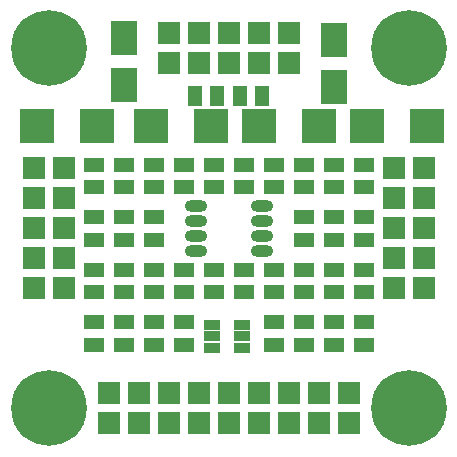
<source format=gbr>
G04 #@! TF.FileFunction,Soldermask,Top*
%FSLAX46Y46*%
G04 Gerber Fmt 4.6, Leading zero omitted, Abs format (unit mm)*
G04 Created by KiCad (PCBNEW 4.0.2+dfsg1-2~bpo8+1-stable) date Sun 07 Aug 2016 09:39:46 PM CEST*
%MOMM*%
G01*
G04 APERTURE LIST*
%ADD10C,0.100000*%
%ADD11R,1.924000X1.924000*%
%ADD12R,1.797000X1.289000*%
%ADD13O,1.873200X1.009600*%
%ADD14C,6.400000*%
%ADD15R,1.289000X1.797000*%
%ADD16R,2.200860X2.899360*%
%ADD17R,2.950160X2.899360*%
%ADD18R,1.400760X0.900000*%
%ADD19R,1.400760X0.901040*%
G04 APERTURE END LIST*
D10*
D11*
X163830000Y-101600000D03*
X161290000Y-101600000D03*
X163830000Y-99060000D03*
X161290000Y-99060000D03*
X163830000Y-96520000D03*
X161290000Y-96520000D03*
X163830000Y-93980000D03*
X161290000Y-93980000D03*
X163830000Y-91440000D03*
X161290000Y-91440000D03*
D12*
X158750000Y-97472500D03*
X158750000Y-95567500D03*
D13*
X144526000Y-94615000D03*
X144526000Y-95885000D03*
X144526000Y-97155000D03*
X144526000Y-98425000D03*
X150114000Y-98425000D03*
X150114000Y-97155000D03*
X150114000Y-95885000D03*
X150114000Y-94615000D03*
D12*
X138430000Y-100012500D03*
X138430000Y-101917500D03*
X140970000Y-91122500D03*
X140970000Y-93027500D03*
X135890000Y-93027500D03*
X135890000Y-91122500D03*
X135890000Y-95567500D03*
X135890000Y-97472500D03*
X146050000Y-93027500D03*
X146050000Y-91122500D03*
X148590000Y-93027500D03*
X148590000Y-91122500D03*
X143510000Y-101917500D03*
X143510000Y-100012500D03*
X146050000Y-101917500D03*
X146050000Y-100012500D03*
X148590000Y-101917500D03*
X148590000Y-100012500D03*
X151130000Y-91122500D03*
X151130000Y-93027500D03*
X153670000Y-100012500D03*
X153670000Y-101917500D03*
X158750000Y-93027500D03*
X158750000Y-91122500D03*
X153670000Y-97472500D03*
X153670000Y-95567500D03*
D11*
X157480000Y-110490000D03*
X157480000Y-113030000D03*
X152400000Y-80010000D03*
X152400000Y-82550000D03*
X149860000Y-80010000D03*
X149860000Y-82550000D03*
X147320000Y-80010000D03*
X147320000Y-82550000D03*
X144780000Y-80010000D03*
X144780000Y-82550000D03*
X142240000Y-80010000D03*
X142240000Y-82550000D03*
X133350000Y-101600000D03*
X130810000Y-101600000D03*
X133350000Y-99060000D03*
X130810000Y-99060000D03*
X133350000Y-96520000D03*
X130810000Y-96520000D03*
X133350000Y-93980000D03*
X130810000Y-93980000D03*
X133350000Y-91440000D03*
X130810000Y-91440000D03*
D14*
X132080000Y-111760000D03*
X132080000Y-81280000D03*
X162560000Y-111760000D03*
X162560000Y-81280000D03*
D12*
X140970000Y-101917500D03*
X140970000Y-100012500D03*
X140970000Y-95567500D03*
X140970000Y-97472500D03*
X135890000Y-106362500D03*
X135890000Y-104457500D03*
X138430000Y-104457500D03*
X138430000Y-106362500D03*
X143510000Y-93027500D03*
X143510000Y-91122500D03*
X140970000Y-104457500D03*
X140970000Y-106362500D03*
X138430000Y-95567500D03*
X138430000Y-97472500D03*
X138430000Y-91122500D03*
X138430000Y-93027500D03*
D15*
X150177500Y-85344000D03*
X148272500Y-85344000D03*
X146367500Y-85344000D03*
X144462500Y-85344000D03*
D12*
X156210000Y-106362500D03*
X156210000Y-104457500D03*
X153670000Y-93027500D03*
X153670000Y-91122500D03*
X153670000Y-106362500D03*
X153670000Y-104457500D03*
X151130000Y-101917500D03*
X151130000Y-100012500D03*
X156210000Y-101917500D03*
X156210000Y-100012500D03*
X158750000Y-106362500D03*
X158750000Y-104457500D03*
X156210000Y-95567500D03*
X156210000Y-97472500D03*
X156210000Y-91122500D03*
X156210000Y-93027500D03*
D16*
X138430000Y-84421980D03*
X138430000Y-80424020D03*
X156210000Y-80551020D03*
X156210000Y-84548980D03*
D12*
X135890000Y-100012500D03*
X135890000Y-101917500D03*
X158750000Y-100012500D03*
X158750000Y-101917500D03*
D17*
X164068760Y-87884000D03*
X159019240Y-87884000D03*
X136128760Y-87884000D03*
X131079240Y-87884000D03*
X154924760Y-87884000D03*
X149875240Y-87884000D03*
X145780760Y-87884000D03*
X140731240Y-87884000D03*
D11*
X154940000Y-110490000D03*
X154940000Y-113030000D03*
X152400000Y-110490000D03*
X152400000Y-113030000D03*
X149860000Y-110490000D03*
X149860000Y-113030000D03*
X147320000Y-110490000D03*
X147320000Y-113030000D03*
X144780000Y-110490000D03*
X144780000Y-113030000D03*
X142240000Y-110490000D03*
X142240000Y-113030000D03*
X139700000Y-110490000D03*
X139700000Y-113030000D03*
X137160000Y-110490000D03*
X137160000Y-113030000D03*
D12*
X143510000Y-106362500D03*
X143510000Y-104457500D03*
X151130000Y-106362500D03*
X151130000Y-104457500D03*
D18*
X148463000Y-104711500D03*
X148463000Y-105664000D03*
D19*
X148463000Y-106616500D03*
D18*
X145923000Y-106616500D03*
X145923000Y-105664000D03*
X145923000Y-104711500D03*
X145923000Y-105664000D03*
X148463000Y-104711500D03*
X148463000Y-106616500D03*
X148463000Y-105664000D03*
X145923000Y-106616500D03*
X145923000Y-104711500D03*
M02*

</source>
